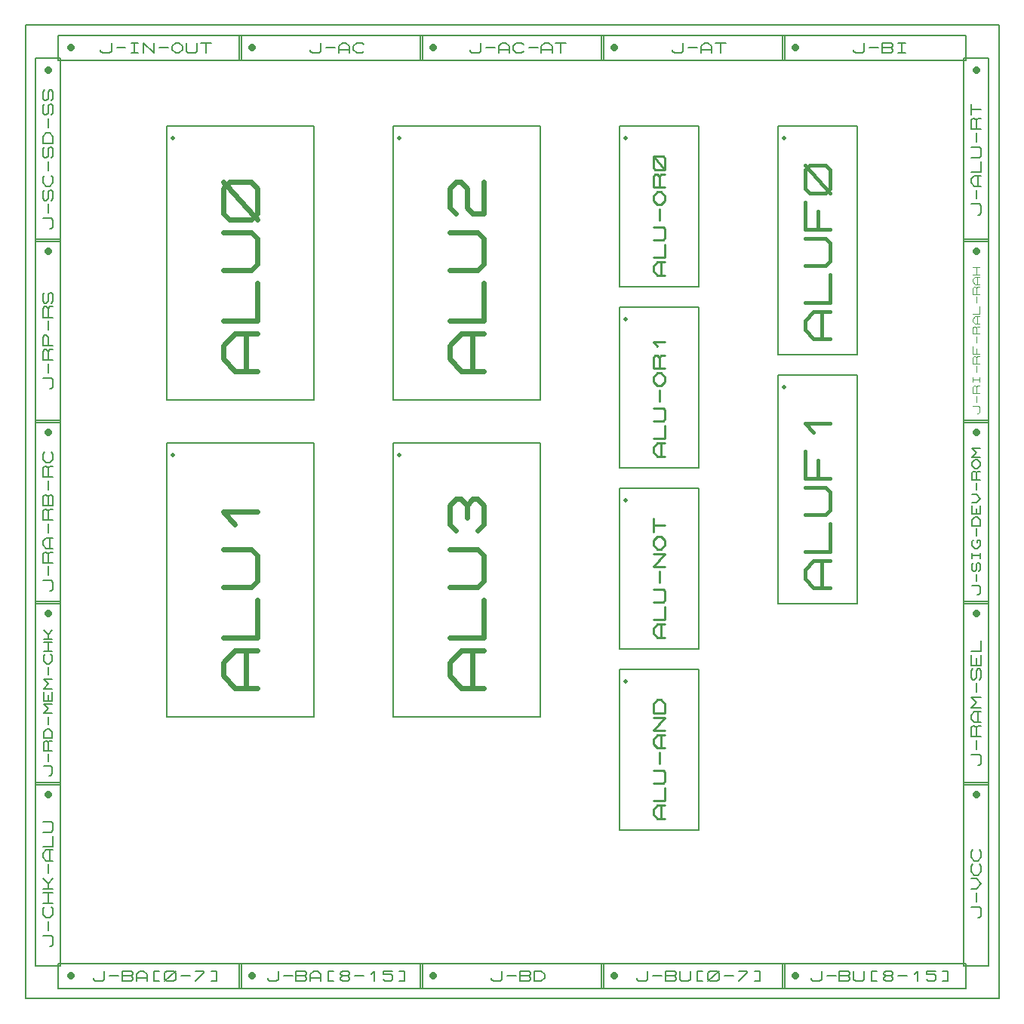
<source format=gbr>
G04 PROTEUS GERBER X2 FILE*
%TF.GenerationSoftware,Labcenter,Proteus,8.13-SP0-Build31525*%
%TF.CreationDate,2022-07-18T16:51:56+00:00*%
%TF.FileFunction,AssemblyDrawing,Top*%
%TF.FilePolarity,Positive*%
%TF.Part,Single*%
%TF.SameCoordinates,{ef34fe09-6a13-4269-aa04-aafbd3ed972e}*%
%FSLAX45Y45*%
%MOMM*%
G01*
%TA.AperFunction,Profile*%
%ADD15C,0.203200*%
%TA.AperFunction,Material*%
%ADD16C,0.203200*%
%ADD20C,0.812800*%
%ADD21C,0.177800*%
%ADD22C,0.154510*%
%ADD23C,0.123610*%
%ADD24C,0.142630*%
%ADD25C,0.508000*%
%ADD26C,0.627800*%
%ADD27C,0.219320*%
%ADD28C,0.454870*%
%TD.AperFunction*%
D15*
X-5461000Y-5715000D02*
X+5461000Y-5715000D01*
X+5461000Y+5207000D01*
X-5461000Y+5207000D01*
X-5461000Y-5715000D01*
D16*
X-3058160Y+4815840D02*
X-1005840Y+4815840D01*
X-1005840Y+5090160D01*
X-3058160Y+5090160D01*
X-3058160Y+4815840D01*
D20*
X-2921000Y+4953000D02*
X-2921000Y+4953000D01*
D21*
X-2263140Y+4935220D02*
X-2263140Y+4917440D01*
X-2243138Y+4899660D01*
X-2163128Y+4899660D01*
X-2143125Y+4917440D01*
X-2143125Y+5006340D01*
X-2083118Y+4953000D02*
X-1983105Y+4953000D01*
X-1943100Y+4899660D02*
X-1943100Y+4970780D01*
X-1903095Y+5006340D01*
X-1863090Y+5006340D01*
X-1823085Y+4970780D01*
X-1823085Y+4899660D01*
X-1943100Y+4935220D02*
X-1823085Y+4935220D01*
X-1663065Y+4917440D02*
X-1683068Y+4899660D01*
X-1743075Y+4899660D01*
X-1783080Y+4935220D01*
X-1783080Y+4970780D01*
X-1743075Y+5006340D01*
X-1683068Y+5006340D01*
X-1663065Y+4988560D01*
D16*
X-1026160Y+4815840D02*
X+1026160Y+4815840D01*
X+1026160Y+5090160D01*
X-1026160Y+5090160D01*
X-1026160Y+4815840D01*
D20*
X-889000Y+4953000D02*
X-889000Y+4953000D01*
D21*
X-471170Y+4935220D02*
X-471170Y+4917440D01*
X-451168Y+4899660D01*
X-371158Y+4899660D01*
X-351155Y+4917440D01*
X-351155Y+5006340D01*
X-291148Y+4953000D02*
X-191135Y+4953000D01*
X-151130Y+4899660D02*
X-151130Y+4970780D01*
X-111125Y+5006340D01*
X-71120Y+5006340D01*
X-31115Y+4970780D01*
X-31115Y+4899660D01*
X-151130Y+4935220D02*
X-31115Y+4935220D01*
X+128905Y+4917440D02*
X+108902Y+4899660D01*
X+48895Y+4899660D01*
X+8890Y+4935220D01*
X+8890Y+4970780D01*
X+48895Y+5006340D01*
X+108902Y+5006340D01*
X+128905Y+4988560D01*
X+188912Y+4953000D02*
X+288925Y+4953000D01*
X+328930Y+4899660D02*
X+328930Y+4970780D01*
X+368935Y+5006340D01*
X+408940Y+5006340D01*
X+448945Y+4970780D01*
X+448945Y+4899660D01*
X+328930Y+4935220D02*
X+448945Y+4935220D01*
X+488950Y+5006340D02*
X+608965Y+5006340D01*
X+548957Y+5006340D02*
X+548957Y+4899660D01*
D16*
X+1005840Y+4815840D02*
X+3058160Y+4815840D01*
X+3058160Y+5090160D01*
X+1005840Y+5090160D01*
X+1005840Y+4815840D01*
D20*
X+1143000Y+4953000D02*
X+1143000Y+4953000D01*
D21*
X+1800860Y+4935220D02*
X+1800860Y+4917440D01*
X+1820862Y+4899660D01*
X+1900872Y+4899660D01*
X+1920875Y+4917440D01*
X+1920875Y+5006340D01*
X+1980882Y+4953000D02*
X+2080895Y+4953000D01*
X+2120900Y+4899660D02*
X+2120900Y+4970780D01*
X+2160905Y+5006340D01*
X+2200910Y+5006340D01*
X+2240915Y+4970780D01*
X+2240915Y+4899660D01*
X+2120900Y+4935220D02*
X+2240915Y+4935220D01*
X+2280920Y+5006340D02*
X+2400935Y+5006340D01*
X+2340927Y+5006340D02*
X+2340927Y+4899660D01*
D16*
X+3037840Y+4815840D02*
X+5090160Y+4815840D01*
X+5090160Y+5090160D01*
X+3037840Y+5090160D01*
X+3037840Y+4815840D01*
D20*
X+3175000Y+4953000D02*
X+3175000Y+4953000D01*
D21*
X+3832860Y+4935220D02*
X+3832860Y+4917440D01*
X+3852862Y+4899660D01*
X+3932872Y+4899660D01*
X+3952875Y+4917440D01*
X+3952875Y+5006340D01*
X+4012882Y+4953000D02*
X+4112895Y+4953000D01*
X+4152900Y+4899660D02*
X+4152900Y+5006340D01*
X+4252912Y+5006340D01*
X+4272915Y+4988560D01*
X+4272915Y+4970780D01*
X+4252912Y+4953000D01*
X+4272915Y+4935220D01*
X+4272915Y+4917440D01*
X+4252912Y+4899660D01*
X+4152900Y+4899660D01*
X+4152900Y+4953000D02*
X+4252912Y+4953000D01*
X+4332922Y+5006340D02*
X+4412932Y+5006340D01*
X+4372927Y+5006340D02*
X+4372927Y+4899660D01*
X+4332922Y+4899660D02*
X+4412932Y+4899660D01*
D16*
X-5090160Y+4815840D02*
X-3037840Y+4815840D01*
X-3037840Y+5090160D01*
X-5090160Y+5090160D01*
X-5090160Y+4815840D01*
D20*
X-4953000Y+4953000D02*
X-4953000Y+4953000D01*
D21*
X-4615180Y+4935220D02*
X-4615180Y+4917440D01*
X-4595178Y+4899660D01*
X-4515168Y+4899660D01*
X-4495165Y+4917440D01*
X-4495165Y+5006340D01*
X-4435158Y+4953000D02*
X-4335145Y+4953000D01*
X-4275138Y+5006340D02*
X-4195128Y+5006340D01*
X-4235133Y+5006340D02*
X-4235133Y+4899660D01*
X-4275138Y+4899660D02*
X-4195128Y+4899660D01*
X-4135120Y+4899660D02*
X-4135120Y+5006340D01*
X-4015105Y+4899660D01*
X-4015105Y+5006340D01*
X-3955098Y+4953000D02*
X-3855085Y+4953000D01*
X-3815080Y+4970780D02*
X-3775075Y+5006340D01*
X-3735070Y+5006340D01*
X-3695065Y+4970780D01*
X-3695065Y+4935220D01*
X-3735070Y+4899660D01*
X-3775075Y+4899660D01*
X-3815080Y+4935220D01*
X-3815080Y+4970780D01*
X-3655060Y+5006340D02*
X-3655060Y+4917440D01*
X-3635058Y+4899660D01*
X-3555048Y+4899660D01*
X-3535045Y+4917440D01*
X-3535045Y+5006340D01*
X-3495040Y+5006340D02*
X-3375025Y+5006340D01*
X-3435033Y+5006340D02*
X-3435033Y+4899660D01*
D16*
X-5090160Y-5598160D02*
X-3037840Y-5598160D01*
X-3037840Y-5323840D01*
X-5090160Y-5323840D01*
X-5090160Y-5598160D01*
D20*
X-4953000Y-5461000D02*
X-4953000Y-5461000D01*
D21*
X-4695190Y-5478780D02*
X-4695190Y-5496560D01*
X-4675188Y-5514340D01*
X-4595178Y-5514340D01*
X-4575175Y-5496560D01*
X-4575175Y-5407660D01*
X-4515168Y-5461000D02*
X-4415155Y-5461000D01*
X-4375150Y-5514340D02*
X-4375150Y-5407660D01*
X-4275138Y-5407660D01*
X-4255135Y-5425440D01*
X-4255135Y-5443220D01*
X-4275138Y-5461000D01*
X-4255135Y-5478780D01*
X-4255135Y-5496560D01*
X-4275138Y-5514340D01*
X-4375150Y-5514340D01*
X-4375150Y-5461000D02*
X-4275138Y-5461000D01*
X-4215130Y-5514340D02*
X-4215130Y-5443220D01*
X-4175125Y-5407660D01*
X-4135120Y-5407660D01*
X-4095115Y-5443220D01*
X-4095115Y-5514340D01*
X-4215130Y-5478780D02*
X-4095115Y-5478780D01*
X-3955098Y-5407660D02*
X-4015105Y-5407660D01*
X-4015105Y-5514340D01*
X-3955098Y-5514340D01*
X-3895090Y-5496560D02*
X-3895090Y-5425440D01*
X-3875088Y-5407660D01*
X-3795078Y-5407660D01*
X-3775075Y-5425440D01*
X-3775075Y-5496560D01*
X-3795078Y-5514340D01*
X-3875088Y-5514340D01*
X-3895090Y-5496560D01*
X-3895090Y-5514340D02*
X-3775075Y-5407660D01*
X-3715068Y-5461000D02*
X-3615055Y-5461000D01*
X-3555048Y-5407660D02*
X-3455035Y-5407660D01*
X-3455035Y-5425440D01*
X-3555048Y-5514340D01*
X-3375025Y-5407660D02*
X-3315018Y-5407660D01*
X-3315018Y-5514340D01*
X-3375025Y-5514340D01*
D16*
X-3058160Y-5598160D02*
X-1005840Y-5598160D01*
X-1005840Y-5323840D01*
X-3058160Y-5323840D01*
X-3058160Y-5598160D01*
D20*
X-2921000Y-5461000D02*
X-2921000Y-5461000D01*
D21*
X-2743200Y-5478780D02*
X-2743200Y-5496560D01*
X-2723198Y-5514340D01*
X-2643188Y-5514340D01*
X-2623185Y-5496560D01*
X-2623185Y-5407660D01*
X-2563178Y-5461000D02*
X-2463165Y-5461000D01*
X-2423160Y-5514340D02*
X-2423160Y-5407660D01*
X-2323148Y-5407660D01*
X-2303145Y-5425440D01*
X-2303145Y-5443220D01*
X-2323148Y-5461000D01*
X-2303145Y-5478780D01*
X-2303145Y-5496560D01*
X-2323148Y-5514340D01*
X-2423160Y-5514340D01*
X-2423160Y-5461000D02*
X-2323148Y-5461000D01*
X-2263140Y-5514340D02*
X-2263140Y-5443220D01*
X-2223135Y-5407660D01*
X-2183130Y-5407660D01*
X-2143125Y-5443220D01*
X-2143125Y-5514340D01*
X-2263140Y-5478780D02*
X-2143125Y-5478780D01*
X-2003108Y-5407660D02*
X-2063115Y-5407660D01*
X-2063115Y-5514340D01*
X-2003108Y-5514340D01*
X-1903095Y-5461000D02*
X-1923098Y-5443220D01*
X-1923098Y-5425440D01*
X-1903095Y-5407660D01*
X-1843088Y-5407660D01*
X-1823085Y-5425440D01*
X-1823085Y-5443220D01*
X-1843088Y-5461000D01*
X-1903095Y-5461000D01*
X-1923098Y-5478780D01*
X-1923098Y-5496560D01*
X-1903095Y-5514340D01*
X-1843088Y-5514340D01*
X-1823085Y-5496560D01*
X-1823085Y-5478780D01*
X-1843088Y-5461000D01*
X-1763078Y-5461000D02*
X-1663065Y-5461000D01*
X-1583055Y-5443220D02*
X-1543050Y-5407660D01*
X-1543050Y-5514340D01*
X-1343025Y-5407660D02*
X-1443038Y-5407660D01*
X-1443038Y-5443220D01*
X-1363028Y-5443220D01*
X-1343025Y-5461000D01*
X-1343025Y-5496560D01*
X-1363028Y-5514340D01*
X-1423035Y-5514340D01*
X-1443038Y-5496560D01*
X-1263015Y-5407660D02*
X-1203008Y-5407660D01*
X-1203008Y-5514340D01*
X-1263015Y-5514340D01*
D16*
X-1026160Y-5598160D02*
X+1026160Y-5598160D01*
X+1026160Y-5323840D01*
X-1026160Y-5323840D01*
X-1026160Y-5598160D01*
D20*
X-889000Y-5461000D02*
X-889000Y-5461000D01*
D21*
X-231140Y-5478780D02*
X-231140Y-5496560D01*
X-211138Y-5514340D01*
X-131128Y-5514340D01*
X-111125Y-5496560D01*
X-111125Y-5407660D01*
X-51118Y-5461000D02*
X+48895Y-5461000D01*
X+88900Y-5514340D02*
X+88900Y-5407660D01*
X+188912Y-5407660D01*
X+208915Y-5425440D01*
X+208915Y-5443220D01*
X+188912Y-5461000D01*
X+208915Y-5478780D01*
X+208915Y-5496560D01*
X+188912Y-5514340D01*
X+88900Y-5514340D01*
X+88900Y-5461000D02*
X+188912Y-5461000D01*
X+248920Y-5514340D02*
X+248920Y-5407660D01*
X+328930Y-5407660D01*
X+368935Y-5443220D01*
X+368935Y-5478780D01*
X+328930Y-5514340D01*
X+248920Y-5514340D01*
D16*
X+1005840Y-5598160D02*
X+3058160Y-5598160D01*
X+3058160Y-5323840D01*
X+1005840Y-5323840D01*
X+1005840Y-5598160D01*
D20*
X+1143000Y-5461000D02*
X+1143000Y-5461000D01*
D21*
X+1400810Y-5478780D02*
X+1400810Y-5496560D01*
X+1420812Y-5514340D01*
X+1500822Y-5514340D01*
X+1520825Y-5496560D01*
X+1520825Y-5407660D01*
X+1580832Y-5461000D02*
X+1680845Y-5461000D01*
X+1720850Y-5514340D02*
X+1720850Y-5407660D01*
X+1820862Y-5407660D01*
X+1840865Y-5425440D01*
X+1840865Y-5443220D01*
X+1820862Y-5461000D01*
X+1840865Y-5478780D01*
X+1840865Y-5496560D01*
X+1820862Y-5514340D01*
X+1720850Y-5514340D01*
X+1720850Y-5461000D02*
X+1820862Y-5461000D01*
X+1880870Y-5407660D02*
X+1880870Y-5496560D01*
X+1900872Y-5514340D01*
X+1980882Y-5514340D01*
X+2000885Y-5496560D01*
X+2000885Y-5407660D01*
X+2140902Y-5407660D02*
X+2080895Y-5407660D01*
X+2080895Y-5514340D01*
X+2140902Y-5514340D01*
X+2200910Y-5496560D02*
X+2200910Y-5425440D01*
X+2220912Y-5407660D01*
X+2300922Y-5407660D01*
X+2320925Y-5425440D01*
X+2320925Y-5496560D01*
X+2300922Y-5514340D01*
X+2220912Y-5514340D01*
X+2200910Y-5496560D01*
X+2200910Y-5514340D02*
X+2320925Y-5407660D01*
X+2380932Y-5461000D02*
X+2480945Y-5461000D01*
X+2540952Y-5407660D02*
X+2640965Y-5407660D01*
X+2640965Y-5425440D01*
X+2540952Y-5514340D01*
X+2720975Y-5407660D02*
X+2780982Y-5407660D01*
X+2780982Y-5514340D01*
X+2720975Y-5514340D01*
D16*
X+3037840Y-5598160D02*
X+5090160Y-5598160D01*
X+5090160Y-5323840D01*
X+3037840Y-5323840D01*
X+3037840Y-5598160D01*
D20*
X+3175000Y-5461000D02*
X+3175000Y-5461000D01*
D21*
X+3352800Y-5478780D02*
X+3352800Y-5496560D01*
X+3372802Y-5514340D01*
X+3452812Y-5514340D01*
X+3472815Y-5496560D01*
X+3472815Y-5407660D01*
X+3532822Y-5461000D02*
X+3632835Y-5461000D01*
X+3672840Y-5514340D02*
X+3672840Y-5407660D01*
X+3772852Y-5407660D01*
X+3792855Y-5425440D01*
X+3792855Y-5443220D01*
X+3772852Y-5461000D01*
X+3792855Y-5478780D01*
X+3792855Y-5496560D01*
X+3772852Y-5514340D01*
X+3672840Y-5514340D01*
X+3672840Y-5461000D02*
X+3772852Y-5461000D01*
X+3832860Y-5407660D02*
X+3832860Y-5496560D01*
X+3852862Y-5514340D01*
X+3932872Y-5514340D01*
X+3952875Y-5496560D01*
X+3952875Y-5407660D01*
X+4092892Y-5407660D02*
X+4032885Y-5407660D01*
X+4032885Y-5514340D01*
X+4092892Y-5514340D01*
X+4192905Y-5461000D02*
X+4172902Y-5443220D01*
X+4172902Y-5425440D01*
X+4192905Y-5407660D01*
X+4252912Y-5407660D01*
X+4272915Y-5425440D01*
X+4272915Y-5443220D01*
X+4252912Y-5461000D01*
X+4192905Y-5461000D01*
X+4172902Y-5478780D01*
X+4172902Y-5496560D01*
X+4192905Y-5514340D01*
X+4252912Y-5514340D01*
X+4272915Y-5496560D01*
X+4272915Y-5478780D01*
X+4252912Y-5461000D01*
X+4332922Y-5461000D02*
X+4432935Y-5461000D01*
X+4512945Y-5443220D02*
X+4552950Y-5407660D01*
X+4552950Y-5514340D01*
X+4752975Y-5407660D02*
X+4652962Y-5407660D01*
X+4652962Y-5443220D01*
X+4732972Y-5443220D01*
X+4752975Y-5461000D01*
X+4752975Y-5496560D01*
X+4732972Y-5514340D01*
X+4672965Y-5514340D01*
X+4652962Y-5496560D01*
X+4832985Y-5407660D02*
X+4892992Y-5407660D01*
X+4892992Y-5514340D01*
X+4832985Y-5514340D01*
D16*
X-5344160Y+2783840D02*
X-5069840Y+2783840D01*
X-5069840Y+4836160D01*
X-5344160Y+4836160D01*
X-5344160Y+2783840D01*
D20*
X-5207000Y+4699000D02*
X-5207000Y+4699000D01*
D21*
X-5189220Y+2921000D02*
X-5171440Y+2921000D01*
X-5153660Y+2941002D01*
X-5153660Y+3021012D01*
X-5171440Y+3041015D01*
X-5260340Y+3041015D01*
X-5207000Y+3101022D02*
X-5207000Y+3201035D01*
X-5171440Y+3241040D02*
X-5153660Y+3261042D01*
X-5153660Y+3341052D01*
X-5171440Y+3361055D01*
X-5189220Y+3361055D01*
X-5207000Y+3341052D01*
X-5207000Y+3261042D01*
X-5224780Y+3241040D01*
X-5242560Y+3241040D01*
X-5260340Y+3261042D01*
X-5260340Y+3341052D01*
X-5242560Y+3361055D01*
X-5171440Y+3521075D02*
X-5153660Y+3501072D01*
X-5153660Y+3441065D01*
X-5189220Y+3401060D01*
X-5224780Y+3401060D01*
X-5260340Y+3441065D01*
X-5260340Y+3501072D01*
X-5242560Y+3521075D01*
X-5207000Y+3581082D02*
X-5207000Y+3681095D01*
X-5171440Y+3721100D02*
X-5153660Y+3741102D01*
X-5153660Y+3821112D01*
X-5171440Y+3841115D01*
X-5189220Y+3841115D01*
X-5207000Y+3821112D01*
X-5207000Y+3741102D01*
X-5224780Y+3721100D01*
X-5242560Y+3721100D01*
X-5260340Y+3741102D01*
X-5260340Y+3821112D01*
X-5242560Y+3841115D01*
X-5153660Y+3881120D02*
X-5260340Y+3881120D01*
X-5260340Y+3961130D01*
X-5224780Y+4001135D01*
X-5189220Y+4001135D01*
X-5153660Y+3961130D01*
X-5153660Y+3881120D01*
X-5207000Y+4061142D02*
X-5207000Y+4161155D01*
X-5171440Y+4201160D02*
X-5153660Y+4221162D01*
X-5153660Y+4301172D01*
X-5171440Y+4321175D01*
X-5189220Y+4321175D01*
X-5207000Y+4301172D01*
X-5207000Y+4221162D01*
X-5224780Y+4201160D01*
X-5242560Y+4201160D01*
X-5260340Y+4221162D01*
X-5260340Y+4301172D01*
X-5242560Y+4321175D01*
X-5171440Y+4361180D02*
X-5153660Y+4381182D01*
X-5153660Y+4461192D01*
X-5171440Y+4481195D01*
X-5189220Y+4481195D01*
X-5207000Y+4461192D01*
X-5207000Y+4381182D01*
X-5224780Y+4361180D01*
X-5242560Y+4361180D01*
X-5260340Y+4381182D01*
X-5260340Y+4461192D01*
X-5242560Y+4481195D01*
D16*
X-5344160Y+751840D02*
X-5069840Y+751840D01*
X-5069840Y+2804160D01*
X-5344160Y+2804160D01*
X-5344160Y+751840D01*
D20*
X-5207000Y+2667000D02*
X-5207000Y+2667000D01*
D21*
X-5189220Y+1129030D02*
X-5171440Y+1129030D01*
X-5153660Y+1149032D01*
X-5153660Y+1229042D01*
X-5171440Y+1249045D01*
X-5260340Y+1249045D01*
X-5207000Y+1309052D02*
X-5207000Y+1409065D01*
X-5153660Y+1449070D02*
X-5260340Y+1449070D01*
X-5260340Y+1549082D01*
X-5242560Y+1569085D01*
X-5224780Y+1569085D01*
X-5207000Y+1549082D01*
X-5207000Y+1449070D01*
X-5207000Y+1549082D02*
X-5189220Y+1569085D01*
X-5153660Y+1569085D01*
X-5153660Y+1609090D02*
X-5260340Y+1609090D01*
X-5260340Y+1709102D01*
X-5242560Y+1729105D01*
X-5224780Y+1729105D01*
X-5207000Y+1709102D01*
X-5207000Y+1609090D01*
X-5207000Y+1789112D02*
X-5207000Y+1889125D01*
X-5153660Y+1929130D02*
X-5260340Y+1929130D01*
X-5260340Y+2029142D01*
X-5242560Y+2049145D01*
X-5224780Y+2049145D01*
X-5207000Y+2029142D01*
X-5207000Y+1929130D01*
X-5207000Y+2029142D02*
X-5189220Y+2049145D01*
X-5153660Y+2049145D01*
X-5171440Y+2089150D02*
X-5153660Y+2109152D01*
X-5153660Y+2189162D01*
X-5171440Y+2209165D01*
X-5189220Y+2209165D01*
X-5207000Y+2189162D01*
X-5207000Y+2109152D01*
X-5224780Y+2089150D01*
X-5242560Y+2089150D01*
X-5260340Y+2109152D01*
X-5260340Y+2189162D01*
X-5242560Y+2209165D01*
D16*
X-5344160Y-1280160D02*
X-5069840Y-1280160D01*
X-5069840Y+772160D01*
X-5344160Y+772160D01*
X-5344160Y-1280160D01*
D20*
X-5207000Y+635000D02*
X-5207000Y+635000D01*
D21*
X-5189220Y-1143000D02*
X-5171440Y-1143000D01*
X-5153660Y-1122998D01*
X-5153660Y-1042988D01*
X-5171440Y-1022985D01*
X-5260340Y-1022985D01*
X-5207000Y-962978D02*
X-5207000Y-862965D01*
X-5153660Y-822960D02*
X-5260340Y-822960D01*
X-5260340Y-722948D01*
X-5242560Y-702945D01*
X-5224780Y-702945D01*
X-5207000Y-722948D01*
X-5207000Y-822960D01*
X-5207000Y-722948D02*
X-5189220Y-702945D01*
X-5153660Y-702945D01*
X-5153660Y-662940D02*
X-5224780Y-662940D01*
X-5260340Y-622935D01*
X-5260340Y-582930D01*
X-5224780Y-542925D01*
X-5153660Y-542925D01*
X-5189220Y-662940D02*
X-5189220Y-542925D01*
X-5207000Y-482918D02*
X-5207000Y-382905D01*
X-5153660Y-342900D02*
X-5260340Y-342900D01*
X-5260340Y-242888D01*
X-5242560Y-222885D01*
X-5224780Y-222885D01*
X-5207000Y-242888D01*
X-5207000Y-342900D01*
X-5207000Y-242888D02*
X-5189220Y-222885D01*
X-5153660Y-222885D01*
X-5153660Y-182880D02*
X-5260340Y-182880D01*
X-5260340Y-82868D01*
X-5242560Y-62865D01*
X-5224780Y-62865D01*
X-5207000Y-82868D01*
X-5189220Y-62865D01*
X-5171440Y-62865D01*
X-5153660Y-82868D01*
X-5153660Y-182880D01*
X-5207000Y-182880D02*
X-5207000Y-82868D01*
X-5207000Y-2858D02*
X-5207000Y+97155D01*
X-5153660Y+137160D02*
X-5260340Y+137160D01*
X-5260340Y+237172D01*
X-5242560Y+257175D01*
X-5224780Y+257175D01*
X-5207000Y+237172D01*
X-5207000Y+137160D01*
X-5207000Y+237172D02*
X-5189220Y+257175D01*
X-5153660Y+257175D01*
X-5171440Y+417195D02*
X-5153660Y+397192D01*
X-5153660Y+337185D01*
X-5189220Y+297180D01*
X-5224780Y+297180D01*
X-5260340Y+337185D01*
X-5260340Y+397192D01*
X-5242560Y+417195D01*
D16*
X-5344160Y-3312160D02*
X-5069840Y-3312160D01*
X-5069840Y-1259840D01*
X-5344160Y-1259840D01*
X-5344160Y-3312160D01*
D20*
X-5207000Y-1397000D02*
X-5207000Y-1397000D01*
D22*
X-5191548Y-3209284D02*
X-5176096Y-3209284D01*
X-5160645Y-3191901D01*
X-5160645Y-3122369D01*
X-5176096Y-3104986D01*
X-5253354Y-3104986D01*
X-5207000Y-3052837D02*
X-5207000Y-2965922D01*
X-5160645Y-2931156D02*
X-5253354Y-2931156D01*
X-5253354Y-2844241D01*
X-5237903Y-2826858D01*
X-5222451Y-2826858D01*
X-5207000Y-2844241D01*
X-5207000Y-2931156D01*
X-5207000Y-2844241D02*
X-5191548Y-2826858D01*
X-5160645Y-2826858D01*
X-5160645Y-2792092D02*
X-5253354Y-2792092D01*
X-5253354Y-2722560D01*
X-5222451Y-2687794D01*
X-5191548Y-2687794D01*
X-5160645Y-2722560D01*
X-5160645Y-2792092D01*
X-5207000Y-2635645D02*
X-5207000Y-2548730D01*
X-5160645Y-2513964D02*
X-5253354Y-2513964D01*
X-5207000Y-2461815D01*
X-5253354Y-2409666D01*
X-5160645Y-2409666D01*
X-5160645Y-2270602D02*
X-5160645Y-2374900D01*
X-5253354Y-2374900D01*
X-5253354Y-2270602D01*
X-5207000Y-2374900D02*
X-5207000Y-2305368D01*
X-5160645Y-2235836D02*
X-5253354Y-2235836D01*
X-5207000Y-2183687D01*
X-5253354Y-2131538D01*
X-5160645Y-2131538D01*
X-5207000Y-2079389D02*
X-5207000Y-1992474D01*
X-5176096Y-1853410D02*
X-5160645Y-1870793D01*
X-5160645Y-1922942D01*
X-5191548Y-1957708D01*
X-5222451Y-1957708D01*
X-5253354Y-1922942D01*
X-5253354Y-1870793D01*
X-5237903Y-1853410D01*
X-5160645Y-1818644D02*
X-5253354Y-1818644D01*
X-5253354Y-1714346D02*
X-5160645Y-1714346D01*
X-5207000Y-1818644D02*
X-5207000Y-1714346D01*
X-5253354Y-1679580D02*
X-5160645Y-1679580D01*
X-5253354Y-1575282D02*
X-5207000Y-1627431D01*
X-5160645Y-1575282D01*
X-5207000Y-1679580D02*
X-5207000Y-1627431D01*
D16*
X-5344160Y-5344160D02*
X-5069840Y-5344160D01*
X-5069840Y-3291840D01*
X-5344160Y-3291840D01*
X-5344160Y-5344160D01*
D20*
X-5207000Y-3429000D02*
X-5207000Y-3429000D01*
D21*
X-5189220Y-5126990D02*
X-5171440Y-5126990D01*
X-5153660Y-5106988D01*
X-5153660Y-5026978D01*
X-5171440Y-5006975D01*
X-5260340Y-5006975D01*
X-5207000Y-4946968D02*
X-5207000Y-4846955D01*
X-5171440Y-4686935D02*
X-5153660Y-4706938D01*
X-5153660Y-4766945D01*
X-5189220Y-4806950D01*
X-5224780Y-4806950D01*
X-5260340Y-4766945D01*
X-5260340Y-4706938D01*
X-5242560Y-4686935D01*
X-5153660Y-4646930D02*
X-5260340Y-4646930D01*
X-5260340Y-4526915D02*
X-5153660Y-4526915D01*
X-5207000Y-4646930D02*
X-5207000Y-4526915D01*
X-5260340Y-4486910D02*
X-5153660Y-4486910D01*
X-5260340Y-4366895D02*
X-5207000Y-4426903D01*
X-5153660Y-4366895D01*
X-5207000Y-4486910D02*
X-5207000Y-4426903D01*
X-5207000Y-4306888D02*
X-5207000Y-4206875D01*
X-5153660Y-4166870D02*
X-5224780Y-4166870D01*
X-5260340Y-4126865D01*
X-5260340Y-4086860D01*
X-5224780Y-4046855D01*
X-5153660Y-4046855D01*
X-5189220Y-4166870D02*
X-5189220Y-4046855D01*
X-5260340Y-4006850D02*
X-5153660Y-4006850D01*
X-5153660Y-3886835D01*
X-5260340Y-3846830D02*
X-5171440Y-3846830D01*
X-5153660Y-3826828D01*
X-5153660Y-3746818D01*
X-5171440Y-3726815D01*
X-5260340Y-3726815D01*
D16*
X+5069840Y+2783840D02*
X+5344160Y+2783840D01*
X+5344160Y+4836160D01*
X+5069840Y+4836160D01*
X+5069840Y+2783840D01*
D20*
X+5207000Y+4699000D02*
X+5207000Y+4699000D01*
D21*
X+5224780Y+3081020D02*
X+5242560Y+3081020D01*
X+5260340Y+3101022D01*
X+5260340Y+3181032D01*
X+5242560Y+3201035D01*
X+5153660Y+3201035D01*
X+5207000Y+3261042D02*
X+5207000Y+3361055D01*
X+5260340Y+3401060D02*
X+5189220Y+3401060D01*
X+5153660Y+3441065D01*
X+5153660Y+3481070D01*
X+5189220Y+3521075D01*
X+5260340Y+3521075D01*
X+5224780Y+3401060D02*
X+5224780Y+3521075D01*
X+5153660Y+3561080D02*
X+5260340Y+3561080D01*
X+5260340Y+3681095D01*
X+5153660Y+3721100D02*
X+5242560Y+3721100D01*
X+5260340Y+3741102D01*
X+5260340Y+3821112D01*
X+5242560Y+3841115D01*
X+5153660Y+3841115D01*
X+5207000Y+3901122D02*
X+5207000Y+4001135D01*
X+5260340Y+4041140D02*
X+5153660Y+4041140D01*
X+5153660Y+4141152D01*
X+5171440Y+4161155D01*
X+5189220Y+4161155D01*
X+5207000Y+4141152D01*
X+5207000Y+4041140D01*
X+5207000Y+4141152D02*
X+5224780Y+4161155D01*
X+5260340Y+4161155D01*
X+5153660Y+4201160D02*
X+5153660Y+4321175D01*
X+5153660Y+4261167D02*
X+5260340Y+4261167D01*
D16*
X+5069840Y+751840D02*
X+5344160Y+751840D01*
X+5344160Y+2804160D01*
X+5069840Y+2804160D01*
X+5069840Y+751840D01*
D20*
X+5207000Y+2667000D02*
X+5207000Y+2667000D01*
D23*
X+5219361Y+854718D02*
X+5231723Y+854718D01*
X+5244084Y+868624D01*
X+5244084Y+924249D01*
X+5231723Y+938156D01*
X+5169916Y+938156D01*
X+5207000Y+979875D02*
X+5207000Y+1049407D01*
X+5244084Y+1077220D02*
X+5169916Y+1077220D01*
X+5169916Y+1146751D01*
X+5182277Y+1160658D01*
X+5194639Y+1160658D01*
X+5207000Y+1146751D01*
X+5207000Y+1077220D01*
X+5207000Y+1146751D02*
X+5219361Y+1160658D01*
X+5244084Y+1160658D01*
X+5169916Y+1202377D02*
X+5169916Y+1258002D01*
X+5169916Y+1230190D02*
X+5244084Y+1230190D01*
X+5244084Y+1202377D02*
X+5244084Y+1258002D01*
X+5207000Y+1313628D02*
X+5207000Y+1383160D01*
X+5244084Y+1410973D02*
X+5169916Y+1410973D01*
X+5169916Y+1480504D01*
X+5182277Y+1494411D01*
X+5194639Y+1494411D01*
X+5207000Y+1480504D01*
X+5207000Y+1410973D01*
X+5207000Y+1480504D02*
X+5219361Y+1494411D01*
X+5244084Y+1494411D01*
X+5244084Y+1522224D02*
X+5169916Y+1522224D01*
X+5169916Y+1605662D01*
X+5207000Y+1522224D02*
X+5207000Y+1577849D01*
X+5207000Y+1647381D02*
X+5207000Y+1716913D01*
X+5244084Y+1744726D02*
X+5169916Y+1744726D01*
X+5169916Y+1814257D01*
X+5182277Y+1828164D01*
X+5194639Y+1828164D01*
X+5207000Y+1814257D01*
X+5207000Y+1744726D01*
X+5207000Y+1814257D02*
X+5219361Y+1828164D01*
X+5244084Y+1828164D01*
X+5244084Y+1855977D02*
X+5194639Y+1855977D01*
X+5169916Y+1883789D01*
X+5169916Y+1911602D01*
X+5194639Y+1939415D01*
X+5244084Y+1939415D01*
X+5219361Y+1855977D02*
X+5219361Y+1939415D01*
X+5169916Y+1967228D02*
X+5244084Y+1967228D01*
X+5244084Y+2050666D01*
X+5207000Y+2092385D02*
X+5207000Y+2161917D01*
X+5244084Y+2189730D02*
X+5169916Y+2189730D01*
X+5169916Y+2259261D01*
X+5182277Y+2273168D01*
X+5194639Y+2273168D01*
X+5207000Y+2259261D01*
X+5207000Y+2189730D01*
X+5207000Y+2259261D02*
X+5219361Y+2273168D01*
X+5244084Y+2273168D01*
X+5244084Y+2300981D02*
X+5194639Y+2300981D01*
X+5169916Y+2328793D01*
X+5169916Y+2356606D01*
X+5194639Y+2384419D01*
X+5244084Y+2384419D01*
X+5219361Y+2300981D02*
X+5219361Y+2384419D01*
X+5244084Y+2412232D02*
X+5169916Y+2412232D01*
X+5169916Y+2495670D02*
X+5244084Y+2495670D01*
X+5207000Y+2412232D02*
X+5207000Y+2495670D01*
D16*
X+5069840Y-1280160D02*
X+5344160Y-1280160D01*
X+5344160Y+772160D01*
X+5069840Y+772160D01*
X+5069840Y-1280160D01*
D20*
X+5207000Y+635000D02*
X+5207000Y+635000D01*
D24*
X+5221263Y-1177285D02*
X+5235526Y-1177285D01*
X+5249789Y-1161240D01*
X+5249789Y-1097056D01*
X+5235526Y-1081010D01*
X+5164211Y-1081010D01*
X+5207000Y-1032873D02*
X+5207000Y-952643D01*
X+5235526Y-920551D02*
X+5249789Y-904506D01*
X+5249789Y-840322D01*
X+5235526Y-824276D01*
X+5221263Y-824276D01*
X+5207000Y-840322D01*
X+5207000Y-904506D01*
X+5192737Y-920551D01*
X+5178474Y-920551D01*
X+5164211Y-904506D01*
X+5164211Y-840322D01*
X+5178474Y-824276D01*
X+5164211Y-776139D02*
X+5164211Y-711955D01*
X+5164211Y-744047D02*
X+5249789Y-744047D01*
X+5249789Y-776139D02*
X+5249789Y-711955D01*
X+5221263Y-599634D02*
X+5221263Y-567542D01*
X+5249789Y-567542D01*
X+5249789Y-631726D01*
X+5221263Y-663817D01*
X+5192737Y-663817D01*
X+5164211Y-631726D01*
X+5164211Y-583588D01*
X+5178474Y-567542D01*
X+5207000Y-519405D02*
X+5207000Y-439175D01*
X+5249789Y-407083D02*
X+5164211Y-407083D01*
X+5164211Y-342900D01*
X+5192737Y-310808D01*
X+5221263Y-310808D01*
X+5249789Y-342900D01*
X+5249789Y-407083D01*
X+5249789Y-182441D02*
X+5249789Y-278716D01*
X+5164211Y-278716D01*
X+5164211Y-182441D01*
X+5207000Y-278716D02*
X+5207000Y-214533D01*
X+5164211Y-150349D02*
X+5207000Y-150349D01*
X+5249789Y-102212D01*
X+5207000Y-54074D01*
X+5164211Y-54074D01*
X+5207000Y-5937D02*
X+5207000Y+74293D01*
X+5249789Y+106385D02*
X+5164211Y+106385D01*
X+5164211Y+186614D01*
X+5178474Y+202660D01*
X+5192737Y+202660D01*
X+5207000Y+186614D01*
X+5207000Y+106385D01*
X+5207000Y+186614D02*
X+5221263Y+202660D01*
X+5249789Y+202660D01*
X+5192737Y+234752D02*
X+5164211Y+266843D01*
X+5164211Y+298935D01*
X+5192737Y+331027D01*
X+5221263Y+331027D01*
X+5249789Y+298935D01*
X+5249789Y+266843D01*
X+5221263Y+234752D01*
X+5192737Y+234752D01*
X+5249789Y+363119D02*
X+5164211Y+363119D01*
X+5207000Y+411256D01*
X+5164211Y+459394D01*
X+5249789Y+459394D01*
D16*
X+5069840Y-3312160D02*
X+5344160Y-3312160D01*
X+5344160Y-1259840D01*
X+5069840Y-1259840D01*
X+5069840Y-3312160D01*
D20*
X+5207000Y-1397000D02*
X+5207000Y-1397000D01*
D21*
X+5224780Y-3094990D02*
X+5242560Y-3094990D01*
X+5260340Y-3074988D01*
X+5260340Y-2994978D01*
X+5242560Y-2974975D01*
X+5153660Y-2974975D01*
X+5207000Y-2914968D02*
X+5207000Y-2814955D01*
X+5260340Y-2774950D02*
X+5153660Y-2774950D01*
X+5153660Y-2674938D01*
X+5171440Y-2654935D01*
X+5189220Y-2654935D01*
X+5207000Y-2674938D01*
X+5207000Y-2774950D01*
X+5207000Y-2674938D02*
X+5224780Y-2654935D01*
X+5260340Y-2654935D01*
X+5260340Y-2614930D02*
X+5189220Y-2614930D01*
X+5153660Y-2574925D01*
X+5153660Y-2534920D01*
X+5189220Y-2494915D01*
X+5260340Y-2494915D01*
X+5224780Y-2614930D02*
X+5224780Y-2494915D01*
X+5260340Y-2454910D02*
X+5153660Y-2454910D01*
X+5207000Y-2394903D01*
X+5153660Y-2334895D01*
X+5260340Y-2334895D01*
X+5207000Y-2274888D02*
X+5207000Y-2174875D01*
X+5242560Y-2134870D02*
X+5260340Y-2114868D01*
X+5260340Y-2034858D01*
X+5242560Y-2014855D01*
X+5224780Y-2014855D01*
X+5207000Y-2034858D01*
X+5207000Y-2114868D01*
X+5189220Y-2134870D01*
X+5171440Y-2134870D01*
X+5153660Y-2114868D01*
X+5153660Y-2034858D01*
X+5171440Y-2014855D01*
X+5260340Y-1854835D02*
X+5260340Y-1974850D01*
X+5153660Y-1974850D01*
X+5153660Y-1854835D01*
X+5207000Y-1974850D02*
X+5207000Y-1894840D01*
X+5153660Y-1814830D02*
X+5260340Y-1814830D01*
X+5260340Y-1694815D01*
D16*
X+5069840Y-5344160D02*
X+5344160Y-5344160D01*
X+5344160Y-3291840D01*
X+5069840Y-3291840D01*
X+5069840Y-5344160D01*
D20*
X+5207000Y-3429000D02*
X+5207000Y-3429000D01*
D21*
X+5224780Y-4806950D02*
X+5242560Y-4806950D01*
X+5260340Y-4786948D01*
X+5260340Y-4706938D01*
X+5242560Y-4686935D01*
X+5153660Y-4686935D01*
X+5207000Y-4626928D02*
X+5207000Y-4526915D01*
X+5153660Y-4486910D02*
X+5207000Y-4486910D01*
X+5260340Y-4426903D01*
X+5207000Y-4366895D01*
X+5153660Y-4366895D01*
X+5242560Y-4206875D02*
X+5260340Y-4226878D01*
X+5260340Y-4286885D01*
X+5224780Y-4326890D01*
X+5189220Y-4326890D01*
X+5153660Y-4286885D01*
X+5153660Y-4226878D01*
X+5171440Y-4206875D01*
X+5242560Y-4046855D02*
X+5260340Y-4066858D01*
X+5260340Y-4126865D01*
X+5224780Y-4166870D01*
X+5189220Y-4166870D01*
X+5153660Y-4126865D01*
X+5153660Y-4066858D01*
X+5171440Y-4046855D01*
D16*
X-3873500Y+1005840D02*
X-2222500Y+1005840D01*
X-2222500Y+4074160D01*
X-3873500Y+4074160D01*
X-3873500Y+1005840D01*
D25*
X-3810000Y+3937000D02*
X-3810000Y+3937000D01*
D26*
X-2859659Y+1328676D02*
X-3110780Y+1328676D01*
X-3236341Y+1469931D01*
X-3236341Y+1611187D01*
X-3110780Y+1752442D01*
X-2859659Y+1752442D01*
X-2985220Y+1328676D02*
X-2985220Y+1752442D01*
X-3236341Y+1893698D02*
X-2859659Y+1893698D01*
X-2859659Y+2317464D01*
X-3236341Y+2458720D02*
X-2922439Y+2458720D01*
X-2859659Y+2529347D01*
X-2859659Y+2811858D01*
X-2922439Y+2882486D01*
X-3236341Y+2882486D01*
X-2922439Y+3023742D02*
X-3173561Y+3023742D01*
X-3236341Y+3094369D01*
X-3236341Y+3376880D01*
X-3173561Y+3447508D01*
X-2922439Y+3447508D01*
X-2859659Y+3376880D01*
X-2859659Y+3094369D01*
X-2922439Y+3023742D01*
X-2859659Y+3023742D02*
X-3236341Y+3447508D01*
D16*
X-3873500Y-2550160D02*
X-2222500Y-2550160D01*
X-2222500Y+518160D01*
X-3873500Y+518160D01*
X-3873500Y-2550160D01*
D25*
X-3810000Y+381000D02*
X-3810000Y+381000D01*
D26*
X-2859659Y-2227324D02*
X-3110780Y-2227324D01*
X-3236341Y-2086069D01*
X-3236341Y-1944813D01*
X-3110780Y-1803558D01*
X-2859659Y-1803558D01*
X-2985220Y-2227324D02*
X-2985220Y-1803558D01*
X-3236341Y-1662302D02*
X-2859659Y-1662302D01*
X-2859659Y-1238536D01*
X-3236341Y-1097280D02*
X-2922439Y-1097280D01*
X-2859659Y-1026653D01*
X-2859659Y-744142D01*
X-2922439Y-673514D01*
X-3236341Y-673514D01*
X-3110780Y-391003D02*
X-3236341Y-249747D01*
X-2859659Y-249747D01*
D16*
X-1333500Y+1005840D02*
X+317500Y+1005840D01*
X+317500Y+4074160D01*
X-1333500Y+4074160D01*
X-1333500Y+1005840D01*
D25*
X-1270000Y+3937000D02*
X-1270000Y+3937000D01*
D26*
X-319659Y+1328676D02*
X-570780Y+1328676D01*
X-696341Y+1469931D01*
X-696341Y+1611187D01*
X-570780Y+1752442D01*
X-319659Y+1752442D01*
X-445220Y+1328676D02*
X-445220Y+1752442D01*
X-696341Y+1893698D02*
X-319659Y+1893698D01*
X-319659Y+2317464D01*
X-696341Y+2458720D02*
X-382439Y+2458720D01*
X-319659Y+2529347D01*
X-319659Y+2811858D01*
X-382439Y+2882486D01*
X-696341Y+2882486D01*
X-633561Y+3094369D02*
X-696341Y+3164997D01*
X-696341Y+3376880D01*
X-633561Y+3447508D01*
X-570780Y+3447508D01*
X-508000Y+3376880D01*
X-508000Y+3164997D01*
X-445220Y+3094369D01*
X-319659Y+3094369D01*
X-319659Y+3447508D01*
D16*
X-1333500Y-2550160D02*
X+317500Y-2550160D01*
X+317500Y+518160D01*
X-1333500Y+518160D01*
X-1333500Y-2550160D01*
D25*
X-1270000Y+381000D02*
X-1270000Y+381000D01*
D26*
X-319659Y-2227324D02*
X-570780Y-2227324D01*
X-696341Y-2086069D01*
X-696341Y-1944813D01*
X-570780Y-1803558D01*
X-319659Y-1803558D01*
X-445220Y-2227324D02*
X-445220Y-1803558D01*
X-696341Y-1662302D02*
X-319659Y-1662302D01*
X-319659Y-1238536D01*
X-696341Y-1097280D02*
X-382439Y-1097280D01*
X-319659Y-1026653D01*
X-319659Y-744142D01*
X-382439Y-673514D01*
X-696341Y-673514D01*
X-633561Y-461631D02*
X-696341Y-391003D01*
X-696341Y-179120D01*
X-633561Y-108492D01*
X-570780Y-108492D01*
X-508000Y-179120D01*
X-445220Y-108492D01*
X-382439Y-108492D01*
X-319659Y-179120D01*
X-319659Y-391003D01*
X-382439Y-461631D01*
X-508000Y-320375D02*
X-508000Y-179120D01*
D16*
X+1206500Y+2275840D02*
X+2095500Y+2275840D01*
X+2095500Y+4074160D01*
X+1206500Y+4074160D01*
X+1206500Y+2275840D01*
D25*
X+1270000Y+3937000D02*
X+1270000Y+3937000D01*
D27*
X+1716798Y+2402841D02*
X+1629067Y+2402841D01*
X+1585202Y+2452189D01*
X+1585202Y+2501538D01*
X+1629067Y+2550886D01*
X+1716798Y+2550886D01*
X+1672933Y+2402841D02*
X+1672933Y+2550886D01*
X+1585202Y+2600235D02*
X+1716798Y+2600235D01*
X+1716798Y+2748280D01*
X+1585202Y+2797629D02*
X+1694865Y+2797629D01*
X+1716798Y+2822303D01*
X+1716798Y+2921000D01*
X+1694865Y+2945674D01*
X+1585202Y+2945674D01*
X+1651000Y+3019697D02*
X+1651000Y+3143068D01*
X+1629067Y+3192417D02*
X+1585202Y+3241765D01*
X+1585202Y+3291114D01*
X+1629067Y+3340462D01*
X+1672933Y+3340462D01*
X+1716798Y+3291114D01*
X+1716798Y+3241765D01*
X+1672933Y+3192417D01*
X+1629067Y+3192417D01*
X+1716798Y+3389811D02*
X+1585202Y+3389811D01*
X+1585202Y+3513182D01*
X+1607135Y+3537856D01*
X+1629067Y+3537856D01*
X+1651000Y+3513182D01*
X+1651000Y+3389811D01*
X+1651000Y+3513182D02*
X+1672933Y+3537856D01*
X+1716798Y+3537856D01*
X+1694865Y+3587205D02*
X+1607135Y+3587205D01*
X+1585202Y+3611879D01*
X+1585202Y+3710576D01*
X+1607135Y+3735250D01*
X+1694865Y+3735250D01*
X+1716798Y+3710576D01*
X+1716798Y+3611879D01*
X+1694865Y+3587205D01*
X+1716798Y+3587205D02*
X+1585202Y+3735250D01*
D16*
X+1206500Y+243840D02*
X+2095500Y+243840D01*
X+2095500Y+2042160D01*
X+1206500Y+2042160D01*
X+1206500Y+243840D01*
D25*
X+1270000Y+1905000D02*
X+1270000Y+1905000D01*
D27*
X+1716798Y+370841D02*
X+1629067Y+370841D01*
X+1585202Y+420189D01*
X+1585202Y+469538D01*
X+1629067Y+518886D01*
X+1716798Y+518886D01*
X+1672933Y+370841D02*
X+1672933Y+518886D01*
X+1585202Y+568235D02*
X+1716798Y+568235D01*
X+1716798Y+716280D01*
X+1585202Y+765629D02*
X+1694865Y+765629D01*
X+1716798Y+790303D01*
X+1716798Y+889000D01*
X+1694865Y+913674D01*
X+1585202Y+913674D01*
X+1651000Y+987697D02*
X+1651000Y+1111068D01*
X+1629067Y+1160417D02*
X+1585202Y+1209765D01*
X+1585202Y+1259114D01*
X+1629067Y+1308462D01*
X+1672933Y+1308462D01*
X+1716798Y+1259114D01*
X+1716798Y+1209765D01*
X+1672933Y+1160417D01*
X+1629067Y+1160417D01*
X+1716798Y+1357811D02*
X+1585202Y+1357811D01*
X+1585202Y+1481182D01*
X+1607135Y+1505856D01*
X+1629067Y+1505856D01*
X+1651000Y+1481182D01*
X+1651000Y+1357811D01*
X+1651000Y+1481182D02*
X+1672933Y+1505856D01*
X+1716798Y+1505856D01*
X+1629067Y+1604553D02*
X+1585202Y+1653902D01*
X+1716798Y+1653902D01*
D16*
X+1206500Y-1788160D02*
X+2095500Y-1788160D01*
X+2095500Y+10160D01*
X+1206500Y+10160D01*
X+1206500Y-1788160D01*
D25*
X+1270000Y-127000D02*
X+1270000Y-127000D01*
D27*
X+1716798Y-1661159D02*
X+1629067Y-1661159D01*
X+1585202Y-1611811D01*
X+1585202Y-1562462D01*
X+1629067Y-1513114D01*
X+1716798Y-1513114D01*
X+1672933Y-1661159D02*
X+1672933Y-1513114D01*
X+1585202Y-1463765D02*
X+1716798Y-1463765D01*
X+1716798Y-1315720D01*
X+1585202Y-1266371D02*
X+1694865Y-1266371D01*
X+1716798Y-1241697D01*
X+1716798Y-1143000D01*
X+1694865Y-1118326D01*
X+1585202Y-1118326D01*
X+1651000Y-1044303D02*
X+1651000Y-920932D01*
X+1716798Y-871583D02*
X+1585202Y-871583D01*
X+1716798Y-723538D01*
X+1585202Y-723538D01*
X+1629067Y-674189D02*
X+1585202Y-624841D01*
X+1585202Y-575492D01*
X+1629067Y-526144D01*
X+1672933Y-526144D01*
X+1716798Y-575492D01*
X+1716798Y-624841D01*
X+1672933Y-674189D01*
X+1629067Y-674189D01*
X+1585202Y-476795D02*
X+1585202Y-328750D01*
X+1585202Y-402773D02*
X+1716798Y-402773D01*
D16*
X+1206500Y-3820160D02*
X+2095500Y-3820160D01*
X+2095500Y-2021840D01*
X+1206500Y-2021840D01*
X+1206500Y-3820160D01*
D25*
X+1270000Y-2159000D02*
X+1270000Y-2159000D01*
D27*
X+1716798Y-3693159D02*
X+1629067Y-3693159D01*
X+1585202Y-3643811D01*
X+1585202Y-3594462D01*
X+1629067Y-3545114D01*
X+1716798Y-3545114D01*
X+1672933Y-3693159D02*
X+1672933Y-3545114D01*
X+1585202Y-3495765D02*
X+1716798Y-3495765D01*
X+1716798Y-3347720D01*
X+1585202Y-3298371D02*
X+1694865Y-3298371D01*
X+1716798Y-3273697D01*
X+1716798Y-3175000D01*
X+1694865Y-3150326D01*
X+1585202Y-3150326D01*
X+1651000Y-3076303D02*
X+1651000Y-2952932D01*
X+1716798Y-2903583D02*
X+1629067Y-2903583D01*
X+1585202Y-2854235D01*
X+1585202Y-2804886D01*
X+1629067Y-2755538D01*
X+1716798Y-2755538D01*
X+1672933Y-2903583D02*
X+1672933Y-2755538D01*
X+1716798Y-2706189D02*
X+1585202Y-2706189D01*
X+1716798Y-2558144D01*
X+1585202Y-2558144D01*
X+1716798Y-2508795D02*
X+1585202Y-2508795D01*
X+1585202Y-2410098D01*
X+1629067Y-2360750D01*
X+1672933Y-2360750D01*
X+1716798Y-2410098D01*
X+1716798Y-2508795D01*
D16*
X+2984500Y+1513840D02*
X+3873500Y+1513840D01*
X+3873500Y+4074160D01*
X+2984500Y+4074160D01*
X+2984500Y+1513840D01*
D25*
X+3048000Y+3937000D02*
X+3048000Y+3937000D01*
D28*
X+3565464Y+1689245D02*
X+3383513Y+1689245D01*
X+3292537Y+1791592D01*
X+3292537Y+1893940D01*
X+3383513Y+1996287D01*
X+3565464Y+1996287D01*
X+3474488Y+1689245D02*
X+3474488Y+1996287D01*
X+3292537Y+2098635D02*
X+3565464Y+2098635D01*
X+3565464Y+2405677D01*
X+3292537Y+2508025D02*
X+3519976Y+2508025D01*
X+3565464Y+2559198D01*
X+3565464Y+2763893D01*
X+3519976Y+2815067D01*
X+3292537Y+2815067D01*
X+3565464Y+2917415D02*
X+3292537Y+2917415D01*
X+3292537Y+3224457D01*
X+3429000Y+2917415D02*
X+3429000Y+3122110D01*
X+3519976Y+3326805D02*
X+3338025Y+3326805D01*
X+3292537Y+3377978D01*
X+3292537Y+3582673D01*
X+3338025Y+3633847D01*
X+3519976Y+3633847D01*
X+3565464Y+3582673D01*
X+3565464Y+3377978D01*
X+3519976Y+3326805D01*
X+3565464Y+3326805D02*
X+3292537Y+3633847D01*
D16*
X+2984500Y-1280160D02*
X+3873500Y-1280160D01*
X+3873500Y+1280160D01*
X+2984500Y+1280160D01*
X+2984500Y-1280160D01*
D25*
X+3048000Y+1143000D02*
X+3048000Y+1143000D01*
D28*
X+3565464Y-1104755D02*
X+3383513Y-1104755D01*
X+3292537Y-1002408D01*
X+3292537Y-900060D01*
X+3383513Y-797713D01*
X+3565464Y-797713D01*
X+3474488Y-1104755D02*
X+3474488Y-797713D01*
X+3292537Y-695365D02*
X+3565464Y-695365D01*
X+3565464Y-388323D01*
X+3292537Y-285975D02*
X+3519976Y-285975D01*
X+3565464Y-234802D01*
X+3565464Y-30107D01*
X+3519976Y+21067D01*
X+3292537Y+21067D01*
X+3565464Y+123415D02*
X+3292537Y+123415D01*
X+3292537Y+430457D01*
X+3429000Y+123415D02*
X+3429000Y+328110D01*
X+3383513Y+635152D02*
X+3292537Y+737500D01*
X+3565464Y+737500D01*
M02*

</source>
